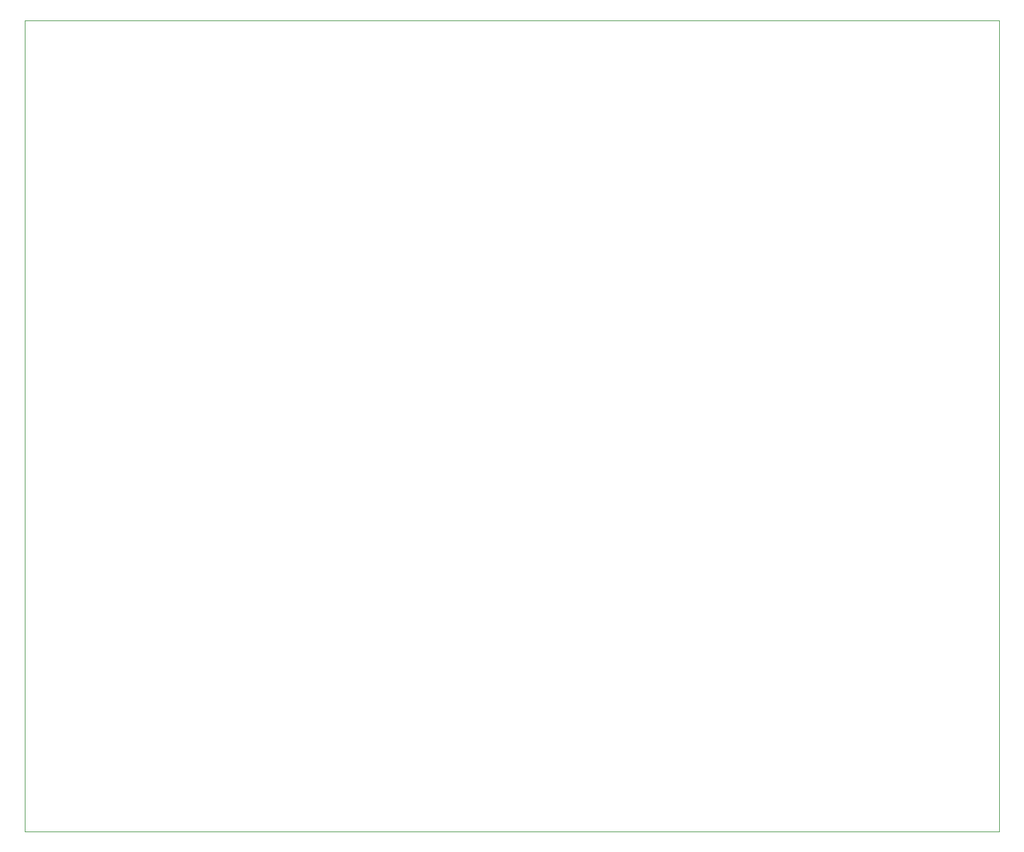
<source format=gbr>
%TF.GenerationSoftware,KiCad,Pcbnew,8.0.5*%
%TF.CreationDate,2024-11-01T12:18:04+01:00*%
%TF.ProjectId,ATmega644,41546d65-6761-4363-9434-2e6b69636164,rev?*%
%TF.SameCoordinates,Original*%
%TF.FileFunction,Profile,NP*%
%FSLAX46Y46*%
G04 Gerber Fmt 4.6, Leading zero omitted, Abs format (unit mm)*
G04 Created by KiCad (PCBNEW 8.0.5) date 2024-11-01 12:18:04*
%MOMM*%
%LPD*%
G01*
G04 APERTURE LIST*
%TA.AperFunction,Profile*%
%ADD10C,0.050000*%
%TD*%
G04 APERTURE END LIST*
D10*
X57250000Y-26000000D02*
X190250000Y-26000000D01*
X190250000Y-136750000D01*
X57250000Y-136750000D01*
X57250000Y-26000000D01*
M02*

</source>
